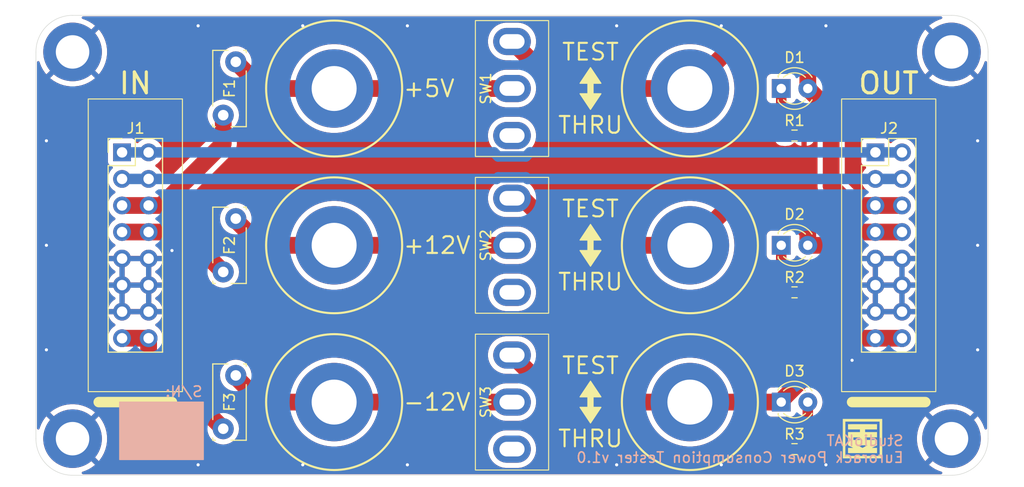
<source format=kicad_pcb>
(kicad_pcb (version 20240108) (generator "pcbnew") (generator_version "8.0")
  (layers (0 "F.Cu" signal) (31 "B.Cu" signal) (34 "B.Paste" user) (35 "F.Paste" user) (36 "B.SilkS" user "B.Silkscreen") (37 "F.SilkS" user "F.Silkscreen") (38 "B.Mask" user) (39 "F.Mask" user) (44 "Edge.Cuts" user))
  (net 0 "")
  (net 1 "+5V_OUT")
  (net 2 "Net-(D1-K)")
  (net 3 "+12V_OUT")
  (net 4 "Net-(D2-K)")
  (net 5 "-12V_OUT")
  (net 6 "Net-(D3-A)")
  (net 7 "+5V")
  (net 8 "Net-(SW1-B)")
  (net 9 "+12V")
  (net 10 "Net-(SW2-B)")
  (net 11 "Net-(SW3-B)")
  (net 12 "-12V")
  (net 13 "GND")
  (net 14 "Net-(J1-Pin_3)")
  (net 15 "Net-(J1-Pin_1)")
  (footprint "LED_THT:LED_D3.0mm" (layer "F.Cu") (at 173.73 92)
    (property "Reference" "D1" (at 1.27 -2.96 0) (layer "F.SilkS"))
    (property "Value" "LED")
    (fp_line (start -0.29 -1.236) (end -0.29 -1.08) (stroke (width 0.12)) (layer "F.SilkS"))
    (fp_line (start -0.29 1.08) (end -0.29 1.236) (stroke (width 0.12)) (layer "F.SilkS"))
    (fp_arc (start -0.29 -1.235516) (mid 1.365624 -1.987701) (end 2.941397 -1.080061) (stroke (width 0.12)) (layer "F.SilkS"))
    (fp_arc (start 0.229039 -1.08) (mid 1.269965 -1.5) (end 2.31091 -1.080049) (stroke (width 0.12)) (layer "F.SilkS"))
    (fp_arc (start 2.31091 1.080049) (mid 1.269965 1.5) (end 0.229039 1.08) (stroke (width 0.12)) (layer "F.SilkS"))
    (fp_arc (start 2.941397 1.080061) (mid 1.365624 1.987701) (end -0.29 1.235516) (stroke (width 0.12)) (layer "F.SilkS"))
    (pad "1" thru_hole rect (at 0 0) (size 1.8 1.8) (drill 0.9) (layers "*.Cu" "*.Mask") (net 2 "Net-(D1-K)"))
    (pad "2" thru_hole circle (at 2.54 0) (size 1.8 1.8) (drill 0.9) (layers "*.Cu" "*.Mask") (net 1 "+5V_OUT"))
  )
  (footprint "Resistor_SMD:R_0603_1608Metric_Pad0.98x0.95mm_HandSolder" (layer "F.Cu") (at 175 111.5)
    (property "Reference" "R2" (at 0 -1.43 0) (layer "F.SilkS"))
    (property "Value" "2.2K")
    (fp_line (start -0.254724 -0.5225) (end 0.254724 -0.5225) (stroke (width 0.12)) (layer "F.SilkS"))
    (fp_line (start -0.254724 0.5225) (end 0.254724 0.5225) (stroke (width 0.12)) (layer "F.SilkS"))
    (pad "1" smd roundrect (at -0.9125 0) (size 0.975 0.95) (layers "F.Cu" "F.Paste" "F.Mask") (net 4 "Net-(D2-K)"))
    (pad "2" smd roundrect (at 0.9125 0) (size 0.975 0.95) (layers "F.Cu" "F.Paste" "F.Mask") (net 13 "GND"))
  )
  (footprint "Fuse:Fuse_Bourns_MF-RG300" (layer "F.Cu") (at 120.4 94.55 90)
    (property "Reference" "F1" (at 2.55 0.6 90) (layer "F.SilkS"))
    (property "Value" "MF-R050")
    (fp_line (start 6.2 -1) (end 6.2 0.451) (stroke (width 0.12)) (layer "F.SilkS"))
    (fp_line (start 0.879 -1) (end 6.2 -1) (stroke (width 0.12)) (layer "F.SilkS"))
    (fp_line (start -1.1 -1) (end -0.879 -1) (stroke (width 0.12)) (layer "F.SilkS"))
    (fp_line (start -1.1 -1) (end -1.1 -0.75) (stroke (width 0.12)) (layer "F.SilkS"))
    (fp_line (start -1.1 0.75) (end -1.1 2.2) (stroke (width 0.12)) (layer "F.SilkS"))
    (fp_line (start 6.2 1.95) (end 6.2 2.2) (stroke (width 0.12)) (layer "F.SilkS"))
    (fp_line (start 5.979 2.2) (end 6.2 2.2) (stroke (width 0.12)) (layer "F.SilkS"))
    (fp_line (start -1.1 2.2) (end 4.222 2.2) (stroke (width 0.12)) (layer "F.SilkS"))
    (pad "1" thru_hole circle (at 0 0 90) (size 2.01 2.01) (drill 1.01) (layers "*.Cu" "*.Mask") (net 7 "+5V"))
    (pad "2" thru_hole circle (at 5.1 1.2 90) (size 2.01 2.01) (drill 1.01) (layers "*.Cu" "*.Mask") (net 8 "Net-(SW1-B)"))
  )
  (footprint "MountingHole:MountingHole_3.2mm_M3_DIN965_Pad" (layer "F.Cu") (at 190 125.5)
    (property "Reference" "H11")
    (property "Value" "MountingHole_Pad")
    (pad "1" thru_hole circle (at 0 0) (size 5.6 5.6) (drill 3.2) (layers "*.Cu" "*.Mask") (net 13 "GND"))
  )
  (footprint "kat_eurorack:SPDT" (layer "F.Cu") (at 148 107)
    (property "Reference" "SW2" (at -2.5 0 90) (layer "F.SilkS"))
    (property "Value" "SW_SPDT")
    (fp_rect (start -3.5 -6.5) (end 3.5 6.5) (stroke (width 0.1)) (fill none) (layer "F.SilkS"))
    (pad "1" thru_hole oval (at 0 -4.5) (size 3.6 2.6) (drill oval 2.4 1.4) (layers "*.Cu" "*.Mask") (net 3 "+12V_OUT"))
    (pad "2" thru_hole oval (at 0 0) (size 3.6 2.6) (drill oval 2.4 1.4) (layers "*.Cu" "*.Mask") (net 10 "Net-(SW2-B)"))
    (pad "3" thru_hole oval (at 0 4.5) (size 3.6 2.6) (drill oval 2.4 1.4) (layers "*.Cu" "*.Mask"))
  )
  (footprint "MountingHole:MountingHole_3.2mm_M3_DIN965_Pad" (layer "F.Cu") (at 190 88.5)
    (property "Reference" "H9")
    (property "Value" "MountingHole_Pad")
    (pad "1" thru_hole circle (at 0 0) (size 5.6 5.6) (drill 3.2) (layers "*.Cu" "*.Mask") (net 13 "GND"))
  )
  (footprint "Resistor_SMD:R_0603_1608Metric_Pad0.98x0.95mm_HandSolder" (layer "F.Cu") (at 175 126.5)
    (property "Reference" "R3" (at 0 -1.43 0) (layer "F.SilkS"))
    (property "Value" "2.2K")
    (fp_line (start -0.254724 -0.5225) (end 0.254724 -0.5225) (stroke (width 0.12)) (layer "F.SilkS"))
    (fp_line (start -0.254724 0.5225) (end 0.254724 0.5225) (stroke (width 0.12)) (layer "F.SilkS"))
    (pad "1" smd roundrect (at -0.9125 0) (size 0.975 0.95) (layers "F.Cu" "F.Paste" "F.Mask") (net 6 "Net-(D3-A)"))
    (pad "2" smd roundrect (at 0.9125 0) (size 0.975 0.95) (layers "F.Cu" "F.Paste" "F.Mask") (net 13 "GND"))
  )
  (footprint "MountingHole:MountingHole_4.3mm_M4_DIN965_Pad" (layer "F.Cu") (at 165 92)
    (property "Reference" "H4")
    (property "Value" "Banana")
    (pad "1" thru_hole circle (at 0 0) (size 7.5 7.5) (drill 4.3) (layers "*.Cu" "*.Mask") (net 1 "+5V_OUT"))
  )
  (footprint "MountingHole:MountingHole_4.3mm_M4_DIN965_Pad" (layer "F.Cu") (at 131 122)
    (property "Reference" "H3")
    (property "Value" "Banana")
    (pad "1" thru_hole circle (at 0 0) (size 7.5 7.5) (drill 4.3) (layers "*.Cu" "*.Mask") (net 11 "Net-(SW3-B)"))
  )
  (footprint "Resistor_SMD:R_0603_1608Metric_Pad0.98x0.95mm_HandSolder" (layer "F.Cu") (at 175 96.5)
    (property "Reference" "R1" (at 0 -1.43 0) (layer "F.SilkS"))
    (property "Value" "1K")
    (fp_line (start -0.254724 -0.5225) (end 0.254724 -0.5225) (stroke (width 0.12)) (layer "F.SilkS"))
    (fp_line (start -0.254724 0.5225) (end 0.254724 0.5225) (stroke (width 0.12)) (layer "F.SilkS"))
    (pad "1" smd roundrect (at -0.9125 0) (size 0.975 0.95) (layers "F.Cu" "F.Paste" "F.Mask") (net 2 "Net-(D1-K)"))
    (pad "2" smd roundrect (at 0.9125 0) (size 0.975 0.95) (layers "F.Cu" "F.Paste" "F.Mask") (net 13 "GND"))
  )
  (footprint "MountingHole:MountingHole_4.3mm_M4_DIN965_Pad" (layer "F.Cu") (at 131 92)
    (property "Reference" "H1")
    (property "Value" "Banana")
    (pad "1" thru_hole circle (at 0 0) (size 7.5 7.5) (drill 4.3) (layers "*.Cu" "*.Mask") (net 8 "Net-(SW1-B)"))
  )
  (footprint "kat_eurorack:SPDT" (layer "F.Cu") (at 148 92)
    (property "Reference" "SW1" (at -2.5 0 90) (layer "F.SilkS"))
    (property "Value" "SW_SPDT")
    (fp_rect (start -3.5 -6.5) (end 3.5 6.5) (stroke (width 0.1)) (fill none) (layer "F.SilkS"))
    (pad "1" thru_hole oval (at 0 -4.5) (size 3.6 2.6) (drill oval 2.4 1.4) (layers "*.Cu" "*.Mask") (net 1 "+5V_OUT"))
    (pad "2" thru_hole oval (at 0 0) (size 3.6 2.6) (drill oval 2.4 1.4) (layers "*.Cu" "*.Mask") (net 8 "Net-(SW1-B)"))
    (pad "3" thru_hole oval (at 0 4.5) (size 3.6 2.6) (drill oval 2.4 1.4) (layers "*.Cu" "*.Mask"))
  )
  (footprint "MountingHole:MountingHole_4.3mm_M4_DIN965_Pad" (layer "F.Cu") (at 131 107)
    (property "Reference" "H2")
    (property "Value" "Banana")
    (pad "1" thru_hole circle (at 0 0) (size 7.5 7.5) (drill 4.3) (layers "*.Cu" "*.Mask") (net 10 "Net-(SW2-B)"))
  )
  (footprint "LED_THT:LED_D3.0mm" (layer "F.Cu") (at 173.73 122)
    (property "Reference" "D3" (at 1.27 -2.96 0) (layer "F.SilkS"))
    (property "Value" "LED")
    (fp_line (start -0.29 -1.236) (end -0.29 -1.08) (stroke (width 0.12)) (layer "F.SilkS"))
    (fp_line (start -0.29 1.08) (end -0.29 1.236) (stroke (width 0.12)) (layer "F.SilkS"))
    (fp_arc (start -0.29 -1.235516) (mid 1.365624 -1.987701) (end 2.941397 -1.080061) (stroke (width 0.12)) (layer "F.SilkS"))
    (fp_arc (start 0.229039 -1.08) (mid 1.269965 -1.5) (end 2.31091 -1.080049) (stroke (width 0.12)) (layer "F.SilkS"))
    (fp_arc (start 2.31091 1.080049) (mid 1.269965 1.5) (end 0.229039 1.08) (stroke (width 0.12)) (layer "F.SilkS"))
    (fp_arc (start 2.941397 1.080061) (mid 1.365624 1.987701) (end -0.29 1.235516) (stroke (width 0.12)) (layer "F.SilkS"))
    (pad "1" thru_hole rect (at 0 0) (size 1.8 1.8) (drill 0.9) (layers "*.Cu" "*.Mask") (net 5 "-12V_OUT"))
    (pad "2" thru_hole circle (at 2.54 0) (size 1.8 1.8) (drill 0.9) (layers "*.Cu" "*.Mask") (net 6 "Net-(D3-A)"))
  )
  (footprint "Fuse:Fuse_Bourns_MF-RG300" (layer "F.Cu") (at 120.4 109.55 90)
    (property "Reference" "F2" (at 2.55 0.6 90) (layer "F.SilkS"))
    (property "Value" "MF-R050")
    (fp_line (start 6.2 -1) (end 6.2 0.451) (stroke (width 0.12)) (layer "F.SilkS"))
    (fp_line (start 0.879 -1) (end 6.2 -1) (stroke (width 0.12)) (layer "F.SilkS"))
    (fp_line (start -1.1 -1) (end -0.879 -1) (stroke (width 0.12)) (layer "F.SilkS"))
    (fp_line (start -1.1 -1) (end -1.1 -0.75) (stroke (width 0.12)) (layer "F.SilkS"))
    (fp_line (start -1.1 0.75) (end -1.1 2.2) (stroke (width 0.12)) (layer "F.SilkS"))
    (fp_line (start 6.2 1.95) (end 6.2 2.2) (stroke (width 0.12)) (layer "F.SilkS"))
    (fp_line (start 5.979 2.2) (end 6.2 2.2) (stroke (width 0.12)) (layer "F.SilkS"))
    (fp_line (start -1.1 2.2) (end 4.222 2.2) (stroke (width 0.12)) (layer "F.SilkS"))
    (pad "1" thru_hole circle (at 0 0 90) (size 2.01 2.01) (drill 1.01) (layers "*.Cu" "*.Mask") (net 9 "+12V"))
    (pad "2" thru_hole circle (at 5.1 1.2 90) (size 2.01 2.01) (drill 1.01) (layers "*.Cu" "*.Mask") (net 10 "Net-(SW2-B)"))
  )
  (footprint "kat_eurorack:StudioKAT_logo" (layer "F.Cu") (at 181.5 125.5)
    (property "Reference" "H7" (hide yes))
    (property "Value" "Logo" (hide yes))
    (fp_poly (pts (xy -0.00586 0.854544) (xy -0.006837 0.855521) (xy -0.007813 0.854544) (xy -0.006837 0.853568)) (fill solid) (layer "F.SilkS"))
    (fp_poly (pts (xy 0.009115 0.742884) (xy 0.009348 0.745202) (xy 0.009115 0.745488) (xy 0.007953 0.74522) (xy 0.007813 0.744186) (xy 0.008527 0.742578)) (fill solid) (layer "F.SilkS"))
    (fp_poly (pts (xy -0.008326 -1.892221) (xy 0.096776 -1.892192) (xy 0.19804 -1.892163) (xy 0.295532 -1.892133) (xy 0.38932 -1.892103) (xy 0.47947 -1.892072) (xy 0.566051 -1.89204) (xy 0.64913 -1.892007) (xy 0.728774 -1.891973) (xy 0.80505 -1.891938) (xy 0.878026 -1.891901) (xy 0.947769 -1.891863) (xy 1.014346 -1.891824) (xy 1.077826 -1.891783) (xy 1.138275 -1.89174) (xy 1.19576 -1.891695) (xy 1.25035 -1.891649) (xy 1.30211 -1.8916) (xy 1.35111 -1.891549) (xy 1.397415 -1.891496) (xy 1.441094 -1.89144) (xy 1.482214 -1.891382) (xy 1.520842 -1.891321) (xy 1.557046 -1.891258) (xy 1.590892 -1.891191) (xy 1.622449 -1.891122) (xy 1.651783 -1.891049) (xy 1.678963 -1.890974) (xy 1.704055 -1.890894) (xy 1.727126 -1.890812) (xy 1.748245 -1.890726) (xy 1.767478 -1.890636) (xy 1.784893 -1.890543) (xy 1.800557 -1.890446) (xy 1.814538 -1.890344) (xy 1.826903 -1.890239) (xy 1.837719 -1.890129) (xy 1.847053 -1.890015) (xy 1.854974 -1.889897) (xy 1.861548 -1.889774) (xy 1.866843 -1.889646) (xy 1.870926 -1.889514) (xy 1.873864 -1.889377) (xy 1.875725 -1.889234) (xy 1.876577 -1.889087) (xy 1.87658 -1.889086) (xy 1.882928 -1.886453) (xy 1.882928 -0.003925) (xy 1.882928 0.099303) (xy 1.882927 0.198697) (xy 1.882926 0.29433) (xy 1.882923 0.386273) (xy 1.88292 0.474599) (xy 1.882916 0.559381) (xy 1.882911 0.64069) (xy 1.882904 0.718601) (xy 1.882896 0.793184) (xy 1.882887 0.864512) (xy 1.882876 0.932658) (xy 1.882863 0.997694) (xy 1.882847 1.059692) (xy 1.88283 1.118726) (xy 1.882811 1.174866) (xy 1.882789 1.228187) (xy 1.882765 1.278759) (xy 1.882738 1.326656) (xy 1.882709 1.37195) (xy 1.882676 1.414713) (xy 1.882641 1.455018) (xy 1.882602 1.492938) (xy 1.88256 1.528543) (xy 1.882515 1.561908) (xy 1.882466 1.593105) (xy 1.882414 1.622205) (xy 1.882358 1.649281) (xy 1.882297 1.674406) (xy 1.882233 1.697653) (xy 1.882165 1.719092) (xy 1.882092 1.738798) (xy 1.882015 1.756842) (xy 1.881933 1.773297) (xy 1.881846 1.788234) (xy 1.881755 1.801728) (xy 1.881659 1.813849) (xy 1.881557 1.824671) (xy 1.88145 1.834265) (xy 1.881338 1.842705) (xy 1.881221 1.850063) (xy 1.881098 1.85641) (xy 1.880969 1.86182) (xy 1.880834 1.866365) (xy 1.880693 1.870117) (xy 1.880546 1.873149) (xy 1.880392 1.875533) (xy 1.880232 1.877341) (xy 1.880066 1.878646) (xy 1.879893 1.879521) (xy 1.879713 1.880038) (xy 1.879526 1.880268) (xy 1.87951 1.880277) (xy 1.877413 1.880355) (xy 1.871492 1.880432) (xy 1.861832 1.88051) (xy 1.848516 1.880588) (xy 1.831627 1.880666) (xy 1.811248 1.880743) (xy 1.787462 1.880821) (xy 1.760354 1.880898) (xy 1.730006 1.880974) (xy 1.696502 1.88105) (xy 1.659925 1.881126) (xy 1.620359 1.8812) (xy 1.577887 1.881274) (xy 1.532592 1.881347) (xy 1.484557 1.881418) (xy 1.433867 1.881489) (xy 1.380604 1.881558) (xy 1.324852 1.881626) (xy 1.266694 1.881693) (xy 1.206213 1.881758) (xy 1.143494 1.881821) (xy 1.078618 1.881883) (xy 1.01167 1.881943) (xy 0.942734 1.882001) (xy 0.871891 1.882057) (xy 0.799226 1.88211) (xy 0.724822 1.882162) (xy 0.648763 1.882211) (xy 0.571131 1.882258) (xy 0.492011 1.882302) (xy 0.411485 1.882344) (xy 0.329637 1.882382) (xy 0.246551 1.882418) (xy 0.162309 1.882452) (xy 0.076995 1.882482) (xy -0.002337 1.882507) (xy -1.880766 1.883062) (xy -1.883313 1.8786) (xy -1.883456 1.877787) (xy -1.883594 1.875815) (xy -1.883727 1.872618) (xy -1.883856 1.86813) (xy -1.883981 1.862288) (xy -1.8841 1.855024) (xy -1.884216 1.846274) (xy -1.884327 1.835972) (xy -1.884434 1.824052) (xy -1.884537 1.81045) (xy -1.884637 1.7951) (xy -1.884732 1.777936) (xy -1.884823 1.758894) (xy -1.884911 1.737906) (xy -1.884996 1.714909) (xy -1.885077 1.689837) (xy -1.885155 1.662624) (xy -1.88523 1.633205) (xy -1.885301 1.601514) (xy -1.88537 1.567486) (xy -1.885436 1.531056) (xy -1.885499 1.492158) (xy -1.885559 1.450726) (xy -1.885617 1.406696) (xy -1.885672 1.360002) (xy -1.885725 1.310578) (xy -1.885776 1.258359) (xy -1.885825 1.203279) (xy -1.885871 1.145274) (xy -1.885916 1.084278) (xy -1.885959 1.020224) (xy -1.886 0.953049) (xy -1.88604 0.882686) (xy -1.886078 0.80907) (xy -1.886115 0.732135) (xy -1.88615 0.651817) (xy -1.886185 0.568049) (xy -1.886218 0.480766) (xy -1.88625 0.389904) (xy -1.886282 0.295395) (xy -1.886312 0.197176) (xy -1.886343 0.09518) (xy -1.886372 -0.009292) (xy -1.886814 -1.632913) (xy -1.64268 -1.632913) (xy -1.64268 0.006836) (xy -1.64268 1.646585) (xy -0.002703 1.646585) (xy 1.637273 1.646585) (xy 1.636048 1.432217) (xy 1.635975 1.41828) (xy 1.635894 1.400561) (xy 1.635806 1.379185) (xy 1.63571 1.354277) (xy 1.635608 1.325961) (xy 1.635498 1.294361) (xy 1.635383 1.259602) (xy 1.635262 1.22181) (xy 1.635135 1.181108) (xy 1.635003 1.137621) (xy 1.634865 1.091474) (xy 1.634724 1.042791) (xy 1.634578 0.991697) (xy 1.634428 0.938317) (xy 1.634275 0.882775) (xy 1.634119 0.825196) (xy 1.633959 0.765705) (xy 1.633798 0.704426) (xy 1.633634 0.641483) (xy 1.633468 0.577002) (xy 1.633301 0.511107) (xy 1.633133 0.443923) (xy 1.632964 0.375574) (xy 1.632794 0.306184) (xy 1.632624 0.23588) (xy 1.632455 0.164784) (xy 1.632286 0.093022) (xy 1.632118 0.020719) (xy 1.631952 -0.052002) (xy 1.631875 -0.085943) (xy 1.63171 -0.158085) (xy 1.631545 -0.229598) (xy 1.631378 -0.300368) (xy 1.631211 -0.370282) (xy 1.631043 -0.439224) (xy 1.630876 -0.50708) (xy 1.630709 -0.573737) (xy 1.630543 -0.639081) (xy 1.630377 -0.702996) (xy 1.630214 -0.765369) (xy 1.630051 -0.826086) (xy 1.629891 -0.885033) (xy 1.629734 -0.942094) (xy 1.629579 -0.997157) (xy 1.629427 -1.050107) (xy 1.629278 -1.100829) (xy 1.629133 -1.149211) (xy 1.628993 -1.195136) (xy 1.628856 -1.238492) (xy 1.628724 -1.279163) (xy 1.628597 -1.317037) (xy 1.628476 -1.351998) (xy 1.62836 -1.383933) (xy 1.628251 -1.412726) (xy 1.628147 -1.438265) (xy 1.62805 -1.460435) (xy 1.627961 -1.479122) (xy 1.627878 -1.494211) (xy 1.627804 -1.505588) (xy 1.627756 -1.511324) (xy 1.626584 -1.632913) (xy -0.008048 -1.632913) (xy -1.64268 -1.632913) (xy -1.886814 -1.632913) (xy -1.886885 -1.892723)) (fill solid) (layer "F.SilkS"))
    (fp_poly (pts (xy -0.410045 -1.386787) (xy -0.336812 -1.386783) (xy -0.260015 -1.386778) (xy -0.17957 -1.386771) (xy -0.095391 -1.386763) (xy -0.007394 -1.386754) (xy -0.00273 -1.386754) (xy 0.086039 -1.386744) (xy 0.170984 -1.386733) (xy 0.252189 -1.386721) (xy 0.329735 -1.386707) (xy 0.403706 -1.386693) (xy 0.474185 -1.386676) (xy 0.541254 -1.386658) (xy 0.604996 -1.386637) (xy 0.665493 -1.386615) (xy 0.722829 -1.38659) (xy 0.777087 -1.386562) (xy 0.828348 -1.386532) (xy 0.876697 -1.386499) (xy 0.922215 -1.386462) (xy 0.964986 -1.386423) (xy 1.005092 -1.386379) (xy 1.042616 -1.386332) (xy 1.077641 -1.386281) (xy 1.11025 -1.386226) (xy 1.140525 -1.386167) (xy 1.168549 -1.386104) (xy 1.194405 -1.386035) (xy 1.218176 -1.385962) (xy 1.239945 -1.385884) (xy 1.259793 -1.385801) (xy 1.277805 -1.385712) (xy 1.294063 -1.385618) (xy 1.30865 -1.385518) (xy 1.321648 -1.385412) (xy 1.333141 -1.3853) (xy 1.34321 -1.385181) (xy 1.351939 -1.385056) (xy 1.359411 -1.384925) (xy 1.365709 -1.384786) (xy 1.370914 -1.384641) (xy 1.375111 -1.384488) (xy 1.378381 -1.384328) (xy 1.380808 -1.38416) (xy 1.382474 -1.383984) (xy 1.383462 -1.383801) (xy 1.383833 -1.383636) (xy 1.384341 -1.382883) (xy 1.384798 -1.381573) (xy 1.385205 -1.379527) (xy 1.385564 -1.376567) (xy 1.385875 -1.372518) (xy 1.38614 -1.3672) (xy 1.386359 -1.360436) (xy 1.386533 -1.352049) (xy 1.386663 -1.341862) (xy 1.38675 -1.329695) (xy 1.386795 -1.315373) (xy 1.386799 -1.298718) (xy 1.386763 -1.279551) (xy 1.386688 -1.257696) (xy 1.386574 -1.232975) (xy 1.386423 -1.20521) (xy 1.386236 -1.174224) (xy 1.386013 -1.139839) (xy 1.385756 -1.101877) (xy 1.385508 -1.066307) (xy 1.384213 -0.881891) (xy 0.814844 -0.882405) (xy 0.245475 -0.882919) (xy 0.246768 -0.815187) (xy 0.247103 -0.795599) (xy 0.247406 -0.773997) (xy 0.247665 -0.751532) (xy 0.247869 -0.729355) (xy 0.248004 -0.708618) (xy 0.248061 -0.690472) (xy 0.248062 -0.688177) (xy 0.248062 -0.6289) (xy 0.816456 -0.629411) (xy 1.38485 -0.629922) (xy 1.385339 -0.437527) (xy 1.385442 -0.39691) (xy 1.385536 -0.360019) (xy 1.385617 -0.326674) (xy 1.385686 -0.296694) (xy 1.385741 -0.2699) (xy 1.38578 -0.24611) (xy 1.385802 -0.225146) (xy 1.385806 -0.206825) (xy 1.385789 -0.190969) (xy 1.385751 -0.177397) (xy 1.38569 -0.165928) (xy 1.385605 -0.156383) (xy 1.385495 -0.14858) (xy 1.385357 -0.142341) (xy 1.385191 -0.137483) (xy 1.384995 -0.133828) (xy 1.384768 -0.131194) (xy 1.384508 -0.129402) (xy 1.384214 -0.128272) (xy 1.383884 -0.127622) (xy 1.383518 -0.127272) (xy 1.383113 -0.127043) (xy 1.382897 -0.126919) (xy 1.38065 -0.126729) (xy 1.374572 -0.126548) (xy 1.364738 -0.126376) (xy 1.351226 -0.126213) (xy 1.33411 -0.12606) (xy 1.313466 -0.125916) (xy 1.289371 -0.125782) (xy 1.261899 -0.125659) (xy 1.231126 -0.125545) (xy 1.197129 -0.125443) (xy 1.159983 -0.125351) (xy 1.119763 -0.125271) (xy 1.076546 -0.125202) (xy 1.030407 -0.125144) (xy 0.981422 -0.125099) (xy 0.929667 -0.125066) (xy 0.875217 -0.125046) (xy 0.82602 -0.125038) (xy 0.779616 -0.125031) (xy 0.734158 -0.125016) (xy 0.689807 -0.124992) (xy 0.646723 -0.124961) (xy 0.605065 -0.124922) (xy 0.564993 -0.124877) (xy 0.526668 -0.124824) (xy 0.490248 -0.124766) (xy 0.455894 -0.124701) (xy 0.423765 -0.124631) (xy 0.394022 -0.124556) (xy 0.366824 -0.124475) (xy 0.34233 -0.124391) (xy 0.320701 -0.124302) (xy 0.302097 -0.124209) (xy 0.286676 -0.124113) (xy 0.2746 -0.124014) (xy 0.266028 -0.123912) (xy 0.261119 -0.123808) (xy 0.260068 -0.123753) (xy 0.248062 -0.122498) (xy 0.248062 -0.000699) (xy 0.248062 0.121101) (xy 0.815479 0.121101) (xy 0.871157 0.121107) (xy 0.924462 0.121125) (xy 0.975308 0.121156) (xy 1.023604 0.121198) (xy 1.069263 0.121251) (xy 1.112197 0.121315) (xy 1.152317 0.121391) (xy 1.189534 0.121476) (xy 1.223761 0.121572) (xy 1.254909 0.121678) (xy 1.282889 0.121794) (xy 1.307614 0.121918) (xy 1.328994 0.122052) (xy 1.346942 0.122195) (xy 1.361369 0.122347) (xy 1.372187 0.122506) (xy 1.379307 0.122674) (xy 1.382641 0.122849) (xy 1.382897 0.122914) (xy 1.384141 0.125651) (xy 1.385764 0.127596) (xy 1.386186 0.128399) (xy 1.386566 0.130052) (xy 1.386906 0.132748) (xy 1.38721 0.136678) (xy 1.387478 0.142037) (xy 1.387714 0.149017) (xy 1.387921 0.15781) (xy 1.388099 0.16861) (xy 1.388252 0.181609) (xy 1.388382 0.197001) (xy 1.388491 0.214977) (xy 1.388582 0.235732) (xy 1.388657 0.259457) (xy 1.388718 0.286345) (xy 1.388767 0.316591) (xy 1.388807 0.350385) (xy 1.388836 0.382145) (xy 1.389041 0.633828) (xy 1.141325 0.75734) (xy 0.893609 0.880853) (xy 1.135749 0.880883) (xy 1.37789 0.880913) (xy 1.382593 0.886285) (xy 1.387296 0.891656) (xy 1.386277 1.134594) (xy 1.386117 1.171309) (xy 1.38596 1.204304) (xy 1.385802 1.233762) (xy 1.38564 1.259869) (xy 1.385473 1.28281) (xy 1.385297 1.302771) (xy 1.385109 1.319936) (xy 1.384908 1.33449) (xy 1.384689 1.34662) (xy 1.38445 1.356509) (xy 1.384189 1.364344) (xy 1.383903 1.370308) (xy 1.383588 1.374588) (xy 1.383243 1.377369) (xy 1.382864 1.378836) (xy 1.382633 1.379154) (xy 1.380524 1.379261) (xy 1.37463 1.379363) (xy 1.36507 1.379463) (xy 1.351964 1.379559) (xy 1.335431 1.379652) (xy 1.315594 1.379741) (xy 1.29257 1.379826) (xy 1.266481 1.379909) (xy 1.237447 1.379988) (xy 1.205587 1.380063) (xy 1.171023 1.380135) (xy 1.133873 1.380204) (xy 1.094259 1.380269) (xy 1.052299 1.38033) (xy 1.008116 1.380389) (xy 0.961827 1.380444) (xy 0.913554 1.380495) (xy 0.863417 1.380543) (xy 0.811536 1.380588) (xy 0.75803 1.38063) (xy 0.703021 1.380668) (xy 0.646628 1.380702) (xy 0.588971 1.380734) (xy 0.530171 1.380762) (xy 0.470347 1.380786) (xy 0.40962 1.380807) (xy 0.348109 1.380825) (xy 0.285936 1.38084) (xy 0.223219 1.380851) (xy 0.16008 1.380859) (xy 0.096638 1.380863) (xy 0.033013 1.380864) (xy -0.030674 1.380862) (xy -0.094304 1.380856) (xy -0.157756 1.380848) (xy -0.22091 1.380835) (xy -0.283646 1.38082) (xy -0.345844 1.380801) (xy -0.407384 1.380779) (xy -0.468146 1.380754) (xy -0.528009 1.380725) (xy -0.586854 1.380693) (xy -0.64456 1.380658) (xy -0.701007 1.380619) (xy -0.756075 1.380578) (xy -0.809644 1.380533) (xy -0.861594 1.380484) (xy -0.911805 1.380433) (xy -0.960157 1.380378) (xy -1.006529 1.38032) (xy -1.050801 1.380258) (xy -1.092853 1.380194) (xy -1.132566 1.380126) (xy -1.169819 1.380055) (xy -1.204492 1.379981) (xy -1.236464 1.379903) (xy -1.265616 1.379822) (xy -1.291828 1.379738) (xy -1.314979 1.379651) (xy -1.334949 1.379561) (xy -1.351619 1.379467) (xy -1.364868 1.37937) (xy -1.374576 1.37927) (xy -1.380622 1.379167) (xy -1.382887 1.37906) (xy -1.382898 1.379056) (xy -1.383335 1.37843) (xy -1.38373 1.377009) (xy -1.384084 1.374597) (xy -1.384401 1.370996) (xy -1.384682 1.366008) (xy -1.384932 1.359438) (xy -1.385153 1.351088) (xy -1.385348 1.340761) (xy -1.385519 1.328259) (xy -1.385669 1.313387) (xy -1.385801 1.295945) (xy -1.385918 1.275739) (xy -1.386022 1.25257) (xy -1.386117 1.226241) (xy -1.386205 1.196556) (xy -1.386289 1.163316) (xy -1.386354 1.134425) (xy -1.386427 1.095662) (xy -1.386471 1.060671) (xy -1.386483 1.029319) (xy -1.386464 1.001472) (xy -1.386412 0.976995) (xy -1.386326 0.955755) (xy -1.386206 0.937618) (xy -1.386051 0.92245) (xy -1.385859 0.910116) (xy -1.385629 0.900484) (xy -1.385362 0.893418) (xy -1.385055 0.888786) (xy -1.384708 0.886453) (xy -1.384652 0.886291) (xy -1.382424 0.880913) (xy -1.136064 0.880804) (xy -0.889704 0.880695) (xy -1.136118 0.757356) (xy -1.17034 0.740226) (xy -1.20124 0.724753) (xy -1.22899 0.710848) (xy -1.253759 0.698422) (xy -1.27572 0.687384) (xy -1.295045 0.677645) (xy -1.311904 0.669115) (xy -1.32647 0.661704) (xy -1.338912 0.655323) (xy -1.349404 0.649881) (xy -1.358116 0.64529) (xy -1.365219 0.641458) (xy -1.370886 0.638296) (xy -1.375286 0.635716) (xy -1.376754 0.634788) (xy -0.490452 0.634788) (xy -0.490239 0.635349) (xy -0.489278 0.635954) (xy -0.486447 0.637403) (xy -0.480478 0.640441) (xy -0.471719 0.644892) (xy -0.460515 0.650579) (xy -0.447216 0.657327) (xy -0.432167 0.664959) (xy -0.415716 0.673299) (xy -0.398209 0.682172) (xy -0.390649 0.686003) (xy -0.371299 0.69581) (xy -0.351637 0.705782) (xy -0.332203 0.715643) (xy -0.313533 0.725122) (xy -0.296168 0.733943) (xy -0.280646 0.741835) (xy -0.267504 0.748522) (xy -0.257283 0.753733) (xy -0.256852 0.753952) (xy -0.246744 0.759106) (xy -0.233694 0.765747) (xy -0.218247 0.773599) (xy -0.200946 0.782387) (xy -0.182337 0.791834) (xy -0.162963 0.801664) (xy -0.143367 0.8116) (xy -0.124095 0.821366) (xy -0.124032 0.821399) (xy -0.10604 0.830521) (xy -0.088766 0.839294) (xy -0.072588 0.847524) (xy -0.057886 0.855019) (xy -0.045038 0.861584) (xy -0.034422 0.867027) (xy -0.026417 0.871155) (xy -0.021402 0.873773) (xy -0.02051 0.87425) (xy -0.013812 0.877537) (xy -0.007836 0.879887) (xy -0.004132 0.880754) (xy -0.00088 0.879929) (xy 0.005112 0.877546) (xy 0.013151 0.873913) (xy 0.022545 0.869338) (xy 0.029073 0.865992) (xy 0.040772 0.859878) (xy 0.053243 0.853363) (xy 0.065212 0.847111) (xy 0.075407 0.841787) (xy 0.078129 0.840366) (xy 0.088953 0.83471) (xy 0.101106 0.828349) (xy 0.112708 0.822268) (xy 0.118171 0.819401) (xy 0.127628 0.814444) (xy 0.13913 0.808429) (xy 0.151258 0.8021) (xy 0.162588 0.796199) (xy 0.163096 0.795935) (xy 0.174082 0.790215) (xy 0.185675 0.784165) (xy 0.196558 0.778476) (xy 0.205412 0.773836) (xy 0.206067 0.773492) (xy 0.214991 0.768809) (xy 0.225928 0.763079) (xy 0.23743 0.75706) (xy 0.247085 0.752014) (xy 0.258144 0.746238) (xy 0.27023 0.739923) (xy 0.281772 0.73389) (xy 0.290056 0.729559) (xy 0.299979 0.724371) (xy 0.311749 0.718217) (xy 0.323755 0.711941) (xy 0.33254 0.70735) (xy 0.350653 0.697882) (xy 0.365698 0.690014) (xy 0.378072 0.68354) (xy 0.38817 0.678251) (xy 0.396386 0.67394) (xy 0.403118 0.670399) (xy 0.408761 0.667422) (xy 0.413709 0.664801) (xy 0.415064 0.664081) (xy 0.422416 0.660205) (xy 0.431939 0.655227) (xy 0.442329 0.649828) (xy 0.45105 0.645321) (xy 0.473362 0.633828) (xy 0.099465 0.632851) (xy 0.059657 0.632751) (xy 0.019815 0.63266) (xy -0.019789 0.632578) (xy -0.058886 0.632505) (xy -0.097203 0.632441) (xy -0.13447 0.632386) (xy -0.170416 0.632342) (xy -0.20477 0.632307) (xy -0.23726 0.632283) (xy -0.267616 0.632269) (xy -0.295567 0.632266) (xy -0.320842 0.632274) (xy -0.343169 0.632293) (xy -0.362278 0.632324) (xy -0.377898 0.632367) (xy -0.38478 0.632395) (xy -0.408338 0.632513) (xy -0.428268 0.632633) (xy -0.444848 0.632763) (xy -0.458356 0.632915) (xy -0.469069 0.633096) (xy -0.477266 0.633318) (xy -0.483224 0.633588) (xy -0.487223 0.633917) (xy -0.48954 0.634313) (xy -0.490452 0.634788) (xy -1.376754 0.634788) (xy -1.378593 0.633626) (xy -1.380977 0.631936) (xy -1.38261 0.630558) (xy -1.383662 0.629402) (xy -1.384306 0.628377) (xy -1.384713 0.627394) (xy -1.384817 0.627086) (xy -1.385043 0.625455) (xy -1.385254 0.62192) (xy -1.385449 0.616387) (xy -1.385628 0.608762) (xy -1.385791 0.598949) (xy -1.38594 0.586853) (xy -1.386074 0.572381) (xy -1.386193 0.555436) (xy -1.386298 0.535925) (xy -1.386389 0.513751) (xy -1.386466 0.488821) (xy -1.38653 0.46104) (xy -1.38658 0.430313) (xy -1.386617 0.396544) (xy -1.386641 0.35964) (xy -1.386653 0.319505) (xy -1.386652 0.276044) (xy -1.38664 0.229164) (xy -1.386615 0.178768) (xy -1.386579 0.124762) (xy -1.386532 0.067051) (xy -1.386473 0.00554) (xy -1.386465 -0.002513) (xy -1.386403 -0.061518) (xy -1.386342 -0.116739) (xy -1.386334 -0.123055) (xy -0.877008 -0.123055) (xy -0.877008 -0.000977) (xy -0.877008 0.121101) (xy -0.562535 0.121101) (xy -0.248063 0.121101) (xy -0.248063 -0.000977) (xy -0.248063 -0.123055) (xy -0.562535 -0.123055) (xy -0.877008 -0.123055) (xy -1.386334 -0.123055) (xy -1.38628 -0.1683) (xy -1.386218 -0.216322) (xy -1.386154 -0.26093) (xy -1.386088 -0.302245) (xy -1.386019 -0.340392) (xy -1.385946 -0.375492) (xy -1.385869 -0.407668) (xy -1.385787 -0.437044) (xy -1.385699 -0.463743) (xy -1.385604 -0.487886) (xy -1.385502 -0.509598) (xy -1.385393 -0.529001) (xy -1.385275 -0.546218) (xy -1.385147 -0.561371) (xy -1.38501 -0.574584) (xy -1.384862 -0.58598) (xy -1.384702 -0.595681) (xy -1.384531 -0.60381) (xy -1.384347 -0.61049) (xy -1.384149 -0.615845) (xy -1.383937 -0.619997) (xy -1.38371 -0.623068) (xy -1.383467 -0.625182) (xy -1.383208 -0.626462) (xy -1.382932 -0.62703) (xy -1.382898 -0.627056) (xy -1.378731 -0.628599) (xy -1.377038 -0.628713) (xy -1.374866 -0.628696) (xy -1.368942 -0.62868) (xy -1.359421 -0.628667) (xy -1.34646 -0.628655) (xy -1.330212 -0.628646) (xy -1.310834 -0.628638) (xy -1.288479 -0.628632) (xy -1.263304 -0.628628) (xy -1.235463 -0.628626) (xy -1.205111 -0.628626) (xy -1.172404 -0.628627) (xy -1.137496 -0.628631) (xy -1.100543 -0.628636) (xy -1.0617 -0.628643) (xy -1.021121 -0.628652) (xy -0.978963 -0.628663) (xy -0.935379 -0.628676) (xy -0.890526 -0.628691) (xy -0.844558 -0.628707) (xy -0.811086 -0.62872) (xy -0.248063 -0.628945) (xy -0.248063 -0.755938) (xy -0.248063 -0.882932) (xy -0.816945 -0.882834) (xy -1.385828 -0.882736) (xy -1.386805 -1.131352) (xy -1.38692 -1.162247) (xy -1.387021 -1.19209) (xy -1.387106 -1.220644) (xy -1.387175 -1.247674) (xy -1.387229 -1.272943) (xy -1.387267 -1.296215) (xy -1.387288 -1.317255) (xy -1.387293 -1.335826) (xy -1.387281 -1.351691) (xy -1.387252 -1.364616) (xy -1.387205 -1.374363) (xy -1.387142 -1.380697) (xy -1.38706 -1.383381) (xy -1.387052 -1.383435) (xy -1.386899 -1.383656) (xy -1.386478 -1.383867) (xy -1.385703 -1.384069) (xy -1.384492 -1.384262) (xy -1.382759 -1.384445) (xy -1.38042 -1.38462) (xy -1.37739 -1.384787) (xy -1.373586 -1.384945) (xy -1.368921 -1.385095) (xy -1.363312 -1.385236) (xy -1.356674 -1.38537) (xy -1.348924 -1.385497) (xy -1.339975 -1.385616) (xy -1.329744 -1.385728) (xy -1.318147 -1.385833) (xy -1.305098 -1.385931) (xy -1.290513 -1.386022) (xy -1.274308 -1.386108) (xy -1.256399 -1.386187) (xy -1.2367 -1.38626) (xy -1.215127 -1.386327) (xy -1.191595 -1.386389) (xy -1.166021 -1.386446) (xy -1.13832 -1.386497) (xy -1.108406 -1.386543) (xy -1.076197 -1.386585) (xy -1.041606 -1.386622) (xy -1.00455 -1.386655) (xy -0.964944 -1.386683) (xy -0.922703 -1.386708) (xy -0.877744 -1.386729) (xy -0.829981 -1.386746) (xy -0.77933 -1.38676) (xy -0.725707 -1.386771) (xy -0.669027 -1.38678) (xy -0.609205 -1.386785) (xy -0.546157 -1.386788) (xy -0.479799 -1.386788)) (fill solid) (layer "F.SilkS"))
  )
  (footprint "MountingHole:MountingHole_3.2mm_M3_DIN965_Pad" (layer "F.Cu") (at 106 125.5)
    (property "Reference" "H10")
    (property "Value" "MountingHole_Pad")
    (pad "1" thru_hole circle (at 0 0) (size 5.6 5.6) (drill 3.2) (layers "*.Cu" "*.Mask") (net 13 "GND"))
  )
  (footprint "kat_eurorack:BoxHeader_2x08_2.54mm_Europower" (layer "F.Cu") (at 182.73 98.11)
    (property "Reference" "J2" (at 1.3 -2.3 0) (layer "F.SilkS"))
    (property "Value" "OUT")
    (fp_line (start -1.33 -1.33) (end 0 -1.33) (stroke (width 0.12)) (layer "F.SilkS"))
    (fp_line (start -1.33 0) (end -1.33 -1.33) (stroke (width 0.12)) (layer "F.SilkS"))
    (fp_line (start -1.33 1.27) (end -1.33 19.11) (stroke (width 0.12)) (layer "F.SilkS"))
    (fp_line (start -1.33 1.27) (end 1.27 1.27) (stroke (width 0.12)) (layer "F.SilkS"))
    (fp_line (start -1.33 19.11) (end 3.87 19.11) (stroke (width 0.12)) (layer "F.SilkS"))
    (fp_line (start 1.27 -1.33) (end 3.87 -1.33) (stroke (width 0.12)) (layer "F.SilkS"))
    (fp_line (start 1.27 1.27) (end 1.27 -1.33) (stroke (width 0.12)) (layer "F.SilkS"))
    (fp_line (start 3.87 -1.33) (end 3.87 19.11) (stroke (width 0.12)) (layer "F.SilkS"))
    (pad "1" thru_hole rect (at 0 0) (size 1.7 1.7) (drill 1) (layers "*.Cu" "*.Mask") (net 15 "Net-(J1-Pin_1)"))
    (pad "2" thru_hole oval (at 2.54 0) (size 1.7 1.7) (drill 1) (layers "*.Cu" "*.Mask") (net 15 "Net-(J1-Pin_1)"))
    (pad "3" thru_hole oval (at 0 2.54) (size 1.7 1.7) (drill 1) (layers "*.Cu" "*.Mask") (net 14 "Net-(J1-Pin_3)"))
    (pad "4" thru_hole oval (at 2.54 2.54) (size 1.7 1.7) (drill 1) (layers "*.Cu" "*.Mask") (net 14 "Net-(J1-Pin_3)"))
    (pad "5" thru_hole oval (at 0 5.08) (size 1.7 1.7) (drill 1) (layers "*.Cu" "*.Mask") (net 1 "+5V_OUT"))
    (pad "6" thru_hole oval (at 2.54 5.08) (size 1.7 1.7) (drill 1) (layers "*.Cu" "*.Mask") (net 1 "+5V_OUT"))
    (pad "7" thru_hole oval (at 0 7.62) (size 1.7 1.7) (drill 1) (layers "*.Cu" "*.Mask") (net 3 "+12V_OUT"))
    (pad "8" thru_hole oval (at 2.54 7.62) (size 1.7 1.7) (drill 1) (layers "*.Cu" "*.Mask") (net 3 "+12V_OUT"))
    (pad "9" thru_hole oval (at 0 10.16) (size 1.7 1.7) (drill 1) (layers "*.Cu" "*.Mask") (net 13 "GND"))
    (pad "10" thru_hole oval (at 2.54 10.16) (size 1.7 1.7) (drill 1) (layers "*.Cu" "*.Mask") (net 13 "GND"))
    (pad "11" thru_hole oval (at 0 12.7) (size 1.7 1.7) (drill 1) (layers "*.Cu" "*.Mask") (net 13 "GND"))
    (pad "12" thru_hole oval (at 2.54 12.7) (size 1.7 1.7) (drill 1) (layers "*.Cu" "*.Mask") (net 13 "GND"))
    (pad "13" thru_hole oval (at 0 15.24) (size 1.7 1.7) (drill 1) (layers "*.Cu" "*.Mask") (net 13 "GND"))
    (pad "14" thru_hole oval (at 2.54 15.24) (size 1.7 1.7) (drill 1) (layers "*.Cu" "*.Mask") (net 13 "GND"))
    (pad "15" thru_hole oval (at 0 17.78) (size 1.7 1.7) (drill 1) (layers "*.Cu" "*.Mask") (net 5 "-12V_OUT"))
    (pad "16" thru_hole oval (at 2.54 17.78) (size 1.7 1.7) (drill 1) (layers "*.Cu" "*.Mask") (net 5 "-12V_OUT"))
  )
  (footprint "kat_eurorack:SPDT" (layer "F.Cu") (at 148 122)
    (property "Reference" "SW3" (at -2.5 0 90) (layer "F.SilkS"))
    (property "Value" "SW_SPDT")
    (fp_rect (start -3.5 -6.5) (end 3.5 6.5) (stroke (width 0.1)) (fill none) (layer "F.SilkS"))
    (pad "1" thru_hole oval (at 0 -4.5) (size 3.6 2.6) (drill oval 2.4 1.4) (layers "*.Cu" "*.Mask") (net 5 "-12V_OUT"))
    (pad "2" thru_hole oval (at 0 0) (size 3.6 2.6) (drill oval 2.4 1.4) (layers "*.Cu" "*.Mask") (net 11 "Net-(SW3-B)"))
    (pad "3" thru_hole oval (at 0 4.5) (size 3.6 2.6) (drill oval 2.4 1.4) (layers "*.Cu" "*.Mask"))
  )
  (footprint "MountingHole:MountingHole_4.3mm_M4_DIN965_Pad" (layer "F.Cu") (at 165 107)
    (property "Reference" "H5")
    (property "Value" "Banana")
    (pad "1" thru_hole circle (at 0 0) (size 7.5 7.5) (drill 4.3) (layers "*.Cu" "*.Mask") (net 3 "+12V_OUT"))
  )
  (footprint "MountingHole:MountingHole_3.2mm_M3_DIN965_Pad" (layer "F.Cu") (at 106 88.5)
    (property "Reference" "H8")
    (property "Value" "MountingHole_Pad")
    (pad "1" thru_hole circle (at 0 0) (size 5.6 5.6) (drill 3.2) (layers "*.Cu" "*.Mask") (net 13 "GND"))
  )
  (footprint "LED_THT:LED_D3.0mm" (layer "F.Cu") (at 173.73 107)
    (property "Reference" "D2" (at 1.27 -2.96 0) (layer "F.SilkS"))
    (property "Value" "LED")
    (fp_line (start -0.29 -1.236) (end -0.29 -1.08) (stroke (width 0.12)) (layer "F.SilkS"))
    (fp_line (start -0.29 1.08) (end -0.29 1.236) (stroke (width 0.12)) (layer "F.SilkS"))
    (fp_arc (start -0.29 -1.235516) (mid 1.365624 -1.987701) (end 2.941397 -1.080061) (stroke (width 0.12)) (layer "F.SilkS"))
    (fp_arc (start 0.229039 -1.08) (mid 1.269965 -1.5) (end 2.31091 -1.080049) (stroke (width 0.12)) (layer "F.SilkS"))
    (fp_arc (start 2.31091 1.080049) (mid 1.269965 1.5) (end 0.229039 1.08) (stroke (width 0.12)) (layer "F.SilkS"))
    (fp_arc (start 2.941397 1.080061) (mid 1.365624 1.987701) (end -0.29 1.235516) (stroke (width 0.12)) (layer "F.SilkS"))
    (pad "1" thru_hole rect (at 0 0) (size 1.8 1.8) (drill 0.9) (layers "*.Cu" "*.Mask") (net 4 "Net-(D2-K)"))
    (pad "2" thru_hole circle (at 2.54 0) (size 1.8 1.8) (drill 0.9) (layers "*.Cu" "*.Mask") (net 3 "+12V_OUT"))
  )
  (footprint "MountingHole:MountingHole_4.3mm_M4_DIN965_Pad" (layer "F.Cu") (at 165 122)
    (property "Reference" "H6")
    (property "Value" "Banana")
    (pad "1" thru_hole circle (at 0 0) (size 7.5 7.5) (drill 4.3) (layers "*.Cu" "*.Mask") (net 5 "-12V_OUT"))
  )
  (footprint "Fuse:Fuse_Bourns_MF-RG300" (layer "F.Cu") (at 120.4 124.55 90)
    (property "Reference" "F3" (at 2.55 0.6 90) (layer "F.SilkS"))
    (property "Value" "MF-R050")
    (fp_line (start 6.2 -1) (end 6.2 0.451) (stroke (width 0.12)) (layer "F.SilkS"))
    (fp_line (start 0.879 -1) (end 6.2 -1) (stroke (width 0.12)) (layer "F.SilkS"))
    (fp_line (start -1.1 -1) (end -0.879 -1) (stroke (width 0.12)) (layer "F.SilkS"))
    (fp_line (start -1.1 -1) (end -1.1 -0.75) (stroke (width 0.12)) (layer "F.SilkS"))
    (fp_line (start -1.1 0.75) (end -1.1 2.2) (stroke (width 0.12)) (layer "F.SilkS"))
    (fp_line (start 6.2 1.95) (end 6.2 2.2) (stroke (width 0.12)) (layer "F.SilkS"))
    (fp_line (start 5.979 2.2) (end 6.2 2.2) (stroke (width 0.12)) (layer "F.SilkS"))
    (fp_line (start -1.1 2.2) (end 4.222 2.2) (stroke (width 0.12)) (layer "F.SilkS"))
    (pad "1" thru_hole circle (at 0 0 90) (size 2.01 2.01) (drill 1.01) (layers "*.Cu" "*.Mask") (net 12 "-12V"))
    (pad "2" thru_hole circle (at 5.1 1.2 90) (size 2.01 2.01) (drill 1.01) (layers "*.Cu" "*.Mask") (net 11 "Net-(SW3-B)"))
  )
  (footprint "kat_eurorack:BoxHeader_2x08_2.54mm_Europower" (layer "F.Cu") (at 110.73 98.11)
    (property "Reference" "J1" (at 1.3 -2.3 0) (layer "F.SilkS"))
    (property "Value" "IN")
    (fp_line (start -1.33 -1.33) (end 0 -1.33) (stroke (width 0.12)) (layer "F.SilkS"))
    (fp_line (start -1.33 0) (end -1.33 -1.33) (stroke (width 0.12)) (layer "F.SilkS"))
    (fp_line (start -1.33 1.27) (end -1.33 19.11) (stroke (width 0.12)) (layer "F.SilkS"))
    (fp_line (start -1.33 1.27) (end 1.27 1.27) (stroke (width 0.12)) (layer "F.SilkS"))
    (fp_line (start -1.33 19.11) (end 3.87 19.11) (stroke (width 0.12)) (layer "F.SilkS"))
    (fp_line (start 1.27 -1.33) (end 3.87 -1.33) (stroke (width 0.12)) (layer "F.SilkS"))
    (fp_line (start 1.27 1.27) (end 1.27 -1.33) (stroke (width 0.12)) (layer "F.SilkS"))
    (fp_line (start 3.87 -1.33) (end 3.87 19.11) (stroke (width 0.12)) (layer "F.SilkS"))
    (pad "1" thru_hole rect (at 0 0) (size 1.7 1.7) (drill 1) (layers "*.Cu" "*.Mask") (net 15 "Net-(J1-Pin_1)"))
    (pad "2" thru_hole oval (at 2.54 0) (size 1.7 1.7) (drill 1) (layers "*.Cu" "*.Mask") (net 15 "Net-(J1-Pin_1)"))
    (pad "3" thru_hole oval (at 0 2.54) (size 1.7 1.7) (drill 1) (layers "*.Cu" "*.Mask") (net 14 "Net-(J1-Pin_3)"))
    (pad "4" thru_hole oval (at 2.54 2.54) (size 1.7 1.7) (drill 1) (layers "*.Cu" "*.Mask") (net 14 "Net-(J1-Pin_3)"))
    (pad "5" thru_hole oval (at 0 5.08) (size 1.7 1.7) (drill 1) (layers "*.Cu" "*.Mask") (net 7 "+5V"))
    (pad "6" thru_hole oval (at 2.54 5.08) (size 1.7 1.7) (drill 1) (layers "*.Cu" "*.Mask") (net 7 "+5V"))
    (pad "7" thru_hole oval (at 0 7.62) (size 1.7 1.7) (drill 1) (layers "*.Cu" "*.Mask") (net 9 "+12V"))
    (pad "8" thru_hole oval (at 2.54 7.62) (size 1.7 1.7) (drill 1) (layers "*.Cu" "*.Mask") (net 9 "+12V"))
    (pad "9" thru_hole oval (at 0 10.16) (size 1.7 1.7) (drill 1) (layers "*.Cu" "*.Mask") (net 13 "GND"))
    (pad "10" thru_hole oval (at 2.54 10.16) (size 1.7 1.7) (drill 1) (layers "*.Cu" "*.Mask") (net 13 "GND"))
    (pad "11" thru_hole oval (at 0 12.7) (size 1.7 1.7) (drill 1) (layers "*.Cu" "*.Mask") (net 13 "GND"))
    (pad "12" thru_hole oval (at 2.54 12.7) (size 1.7 1.7) (drill 1) (layers "*.Cu" "*.Mask") (net 13 "GND"))
    (pad "13" thru_hole oval (at 0 15.24) (size 1.7 1.7) (drill 1) (layers "*.Cu" "*.Mask") (net 13 "GND"))
    (pad "14" thru_hole oval (at 2.54 15.24) (size 1.7 1.7) (drill 1) (layers "*.Cu" "*.Mask") (net 13 "GND"))
    (pad "15" thru_hole oval (at 0 17.78) (size 1.7 1.7) (drill 1) (layers "*.Cu" "*.Mask") (net 12 "-12V"))
    (pad "16" thru_hole oval (at 2.54 17.78) (size 1.7 1.7) (drill 1) (layers "*.Cu" "*.Mask") (net 12 "-12V"))
  )
  (gr_rect (start 110.5 122) (end 118.5 127.5) (stroke (width 0.1)) (fill solid) (layer "B.SilkS"))
  (gr_circle (center 131 107) (end 137.5 107) (stroke (width 0.2)) (fill none) (layer "F.SilkS"))
  (gr_poly (pts (xy 154.5 107.5) (xy 156.5 107.5) (xy 155.5 109)) (stroke (width 0.1)) (fill solid) (layer "F.SilkS"))
  (gr_line (start 108.5 122) (end 115.5 122) (stroke (width 1)) (layer "F.SilkS"))
  (gr_rect (start 107.5 93) (end 116.5 121) (stroke (width 0.1)) (fill none) (layer "F.SilkS"))
  (gr_circle (center 131 92) (end 137.5 92) (stroke (width 0.2)) (fill none) (layer "F.SilkS"))
  (gr_circle (center 165 122) (end 171.5 122) (stroke (width 0.2)) (fill none) (layer "F.SilkS"))
  (gr_circle (center 131 122) (end 137.5 122) (stroke (width 0.2)) (fill none) (layer "F.SilkS"))
  (gr_line (start 155.5 121) (end 155.5 123) (stroke (width 0.6)) (layer "F.SilkS"))
  (gr_poly (pts (xy 155.5 120) (xy 154.5 121.5) (xy 156.5 121.5)) (stroke (width 0.1)) (fill solid) (layer "F.SilkS"))
  (gr_circle (center 165 92) (end 171.5 92) (stroke (width 0.2)) (fill none) (layer "F.SilkS"))
  (gr_poly (pts (xy 155.5 105) (xy 154.5 106.5) (xy 156.5 106.5)) (stroke (width 0.1)) (fill solid) (layer "F.SilkS"))
  (gr_poly (pts (xy 154.5 122.5) (xy 156.5 122.5) (xy 155.5 124)) (stroke (width 0.1)) (fill solid) (layer "F.SilkS"))
  (gr_circle (center 165 107) (end 171.5 107) (stroke (width 0.2)) (fill none) (layer "F.SilkS"))
  (gr_poly (pts (xy 155.5 90) (xy 154.5 91.5) (xy 156.5 91.5)) (stroke (width 0.1)) (fill solid) (layer "F.SilkS"))
  (gr_line (start 155.5 106) (end 155.5 108) (stroke (width 0.6)) (layer "F.SilkS"))
  (gr_rect (start 179.5 93) (end 188.5 121) (stroke (width 0.1)) (fill none) (layer "F.SilkS"))
  (gr_line (start 180.5 122) (end 187.5 122) (stroke (width 1)) (layer "F.SilkS"))
  (gr_line (start 155.5 91) (end 155.5 93) (stroke (width 0.6)) (layer "F.SilkS"))
  (gr_poly (pts (xy 154.5 92.5) (xy 156.5 92.5) (xy 155.5 94)) (stroke (width 0.1)) (fill solid) (layer "F.SilkS"))
  (gr_arc (start 193.5 125.5) (mid 192.474874 127.974874) (end 190 129) (stroke (width 0.05)) (layer "Edge.Cuts"))
  (gr_line (start 190 85) (end 106 85) (stroke (width 0.05)) (layer "Edge.Cuts"))
  (gr_line (start 193.5 125.5) (end 193.5 88.5) (stroke (width 0.05)) (layer "Edge.Cuts"))
  (gr_arc (start 190 85) (mid 192.474874 86.025126) (end 193.5 88.5) (stroke (width 0.05)) (layer "Edge.Cuts"))
  (gr_arc (start 102.5 88.5) (mid 103.525126 86.025126) (end 106 85) (stroke (width 0.05)) (layer "Edge.Cuts"))
  (gr_line (start 102.5 88.5) (end 102.5 125.5) (stroke (width 0.05)) (layer "Edge.Cuts"))
  (gr_line (start 106 129) (end 190 129) (stroke (width 0.05)) (layer "Edge.Cuts"))
  (gr_arc (start 106 129) (mid 103.525126 127.974874) (end 102.5 125.5) (stroke (width 0.05)) (layer "Edge.Cuts"))
  (gr_text "S/N:" (at 118.5 121 0) (layer "B.SilkS") (effects (font (size 1 1)) (justify left mirror)))
  (gr_text "StudioKAT \nEurorack Power Consumption Tester v1.0" (at 185.5 126.5 0) (layer "B.SilkS") (effects (font (size 1 1)) (justify left mirror)))
  (gr_text "THRU" (at 155.5 125.5 0) (layer "F.SilkS") (effects (font (size 1.6 1.6) (thickness 0.2))))
  (gr_text "THRU" (at 155.5 95.5 0) (layer "F.SilkS") (effects (font (size 1.6 1.6) (thickness 0.2))))
  (gr_text "-12V" (at 137.5 122 0) (layer "F.SilkS") (effects (font (size 1.6 1.6) (thickness 0.2)) (justify left)))
  (gr_text "THRU" (at 155.5 110.5 0) (layer "F.SilkS") (effects (font (size 1.6 1.6) (thickness 0.2))))
  (gr_text "OUT" (at 184 91.5 0) (layer "F.SilkS") (effects (font (size 2 2) (thickness 0.3))))
  (gr_text "IN" (at 112 91.5 0) (layer "F.SilkS") (effects (font (size 2 2) (thickness 0.3))))
  (gr_text "TEST" (at 155.5 103.5 0) (layer "F.SilkS") (effects (font (size 1.6 1.6) (thickness 0.2))))
  (gr_text "TEST" (at 155.5 118.5 0) (layer "F.SilkS") (effects (font (size 1.6 1.6) (thickness 0.2))))
  (gr_text "TEST" (at 155.5 88.5 0) (layer "F.SilkS") (effects (font (size 1.6 1.6) (thickness 0.2))))
  (gr_text "+5V" (at 137.5 92 0) (layer "F.SilkS") (effects (font (size 1.6 1.6) (thickness 0.2)) (justify left)))
  (gr_text "+12V" (at 137.5 107 0) (layer "F.SilkS") (effects (font (size 1.6 1.6) (thickness 0.2)) (justify left)))
  (segment (start 152.5 92) (end 165 92) (width 1.6) (layer "F.Cu") (net 1))
  (segment (start 148 87.5) (end 152.5 92) (width 1.6) (layer "F.Cu") (net 1))
  (segment (start 178.5 94.23) (end 176.27 92) (width 1.6) (layer "F.Cu") (net 1))
  (segment (start 165 92) (end 168.749999 88.250001) (width 1.6) (layer "F.Cu") (net 1))
  (segment (start 185.27 103.19) (end 182.73 103.19) (width 1.6) (layer "F.Cu") (net 1))
  (segment (start 174.250001 88.250001) (end 176.27 90.27) (width 1.6) (layer "F.Cu") (net 1))
  (segment (start 182.73 103.19) (end 180.359239 103.19) (width 1.6) (layer "F.Cu") (net 1))
  (segment (start 176.27 91.34) (end 176.27 92) (width 1) (layer "F.Cu") (net 1))
  (segment (start 178.5 101.330761) (end 178.5 94.23) (width 1.6) (layer "F.Cu") (net 1))
  (segment (start 180.359239 103.19) (end 178.5 101.330761) (width 1.6) (layer "F.Cu") (net 1))
  (segment (start 168.749999 88.250001) (end 174.250001 88.250001) (width 1.6) (layer "F.Cu") (net 1))
  (segment (start 176.27 90.27) (end 176.27 92) (width 1.6) (layer "F.Cu") (net 1))
  (segment (start 173.73 96.1425) (end 174.0875 96.5) (width 1) (layer "F.Cu") (net 2))
  (segment (start 173.73 92) (end 173.73 96.1425) (width 1) (layer "F.Cu") (net 2))
  (segment (start 149 102.5) (end 153.5 107) (width 1.6) (layer "F.Cu") (net 3))
  (segment (start 185.27 105.73) (end 182.73 105.73) (width 1.6) (layer "F.Cu") (net 3))
  (segment (start 176.27 105.727208) (end 173.792793 103.250001) (width 1.6) (layer "F.Cu") (net 3))
  (segment (start 173.792793 103.250001) (end 168.749999 103.250001) (width 1.6) (layer "F.Cu") (net 3))
  (segment (start 148 102.5) (end 149 102.5) (width 1.6) (layer "F.Cu") (net 3))
  (segment (start 168.749999 103.250001) (end 165 107) (width 1.6) (layer "F.Cu") (net 3))
  (segment (start 153.5 107) (end 165 107) (width 1.6) (layer "F.Cu") (net 3))
  (segment (start 182.73 105.73) (end 180.431522 105.73) (width 1.6) (layer "F.Cu") (net 3))
  (segment (start 180.431522 105.73) (end 179.161522 107) (width 1.6) (layer "F.Cu") (net 3))
  (segment (start 179.161522 107) (end 176.27 107) (width 1.6) (layer "F.Cu") (net 3))
  (segment (start 176.27 107) (end 176.27 105.727208) (width 1.6) (layer "F.Cu") (net 3))
  (segment (start 173.73 107) (end 173.73 111.1425) (width 1) (layer "F.Cu") (net 4))
  (segment (start 173.73 111.1425) (end 174.0875 111.5) (width 1) (layer "F.Cu") (net 4))
  (segment (start 182.73 115.89) (end 179.692994 115.89) (width 1.6) (layer "F.Cu") (net 5))
  (segment (start 185.27 115.89) (end 182.73 115.89) (width 1.6) (layer "F.Cu") (net 5))
  (segment (start 165 122) (end 152.5 122) (width 1.6) (layer "F.Cu") (net 5))
  (segment (start 173.73 121.852994) (end 173.73 122) (width 1.6) (layer "F.Cu") (net 5))
  (segment (start 179.692994 115.89) (end 173.73 121.852994) (width 1.6) (layer "F.Cu") (net 5))
  (segment (start 152.5 122) (end 148 117.5) (width 1.6) (layer "F.Cu") (net 5))
  (segment (start 173.73 122) (end 165 122) (width 1.6) (layer "F.Cu") (net 5))
  (segment (start 176.27 122) (end 176.27 124.3175) (width 1) (layer "F.Cu") (net 6))
  (segment (start 176.27 124.3175) (end 174.0875 126.5) (width 1) (layer "F.Cu") (net 6))
  (segment (start 114.472081 103.19) (end 120.4 97.262081) (width 1.6) (layer "F.Cu") (net 7))
  (segment (start 120.4 97.262081) (end 120.4 94.55) (width 1.6) (layer "F.Cu") (net 7))
  (segment (start 113.27 103.19) (end 114.472081 103.19) (width 1.6) (layer "F.Cu") (net 7))
  (segment (start 110.73 103.19) (end 113.27 103.19) (width 1.6) (layer "F.Cu") (net 7))
  (segment (start 131 92) (end 148 92) (width 1.6) (layer "F.Cu") (net 8))
  (segment (start 121.6 89.45) (end 124.15 92) (width 1.6) (layer "F.Cu") (net 8))
  (segment (start 124.15 92) (end 131 92) (width 1.6) (layer "F.Cu") (net 8))
  (segment (start 116.58 105.73) (end 120.4 109.55) (width 1.6) (layer "F.Cu") (net 9))
  (segment (start 113.27 105.73) (end 116.58 105.73) (width 1.6) (layer "F.Cu") (net 9))
  (segment (start 110.73 105.73) (end 113.27 105.73) (width 1.6) (layer "F.Cu") (net 9))
  (segment (start 121.6 104.6) (end 124 107) (width 1.6) (layer "F.Cu") (net 10))
  (segment (start 148 107) (end 131 107) (width 1.6) (layer "F.Cu") (net 10))
  (segment (start 121.6 104.45) (end 121.6 104.6) (width 1.6) (layer "F.Cu") (net 10))
  (segment (start 124 107) (end 131 107) (width 1.6) (layer "F.Cu") (net 10))
  (segment (start 121.6 119.6) (end 124 122) (width 1.6) (layer "F.Cu") (net 11))
  (segment (start 124 122) (end 131 122) (width 1.6) (layer "F.Cu") (net 11))
  (segment (start 121.6 119.45) (end 121.6 119.6) (width 1.6) (layer "F.Cu") (net 11))
  (segment (start 131 122) (end 148 122) (width 1.6) (layer "F.Cu") (net 11))
  (segment (start 110.73 115.89) (end 113.27 115.89) (width 1.6) (layer "F.Cu") (net 12))
  (segment (start 113.27 117.42) (end 120.4 124.55) (width 1.6) (layer "F.Cu") (net 12))
  (segment (start 113.27 115.89) (end 113.27 117.42) (width 1.6) (layer "F.Cu") (net 12))
  (via (at 128 86) (size 0.6) (drill 0.3) (layers "F.Cu" "B.Cu") (net 13))
  (via (at 103.5 117) (size 0.6) (drill 0.3) (layers "F.Cu" "B.Cu") (net 13))
  (via (at 118 128) (size 0.6) (drill 0.3) (layers "F.Cu" "B.Cu") (net 13))
  (via (at 168 128) (size 0.6) (drill 0.3) (layers "F.Cu" "B.Cu") (net 13))
  (via (at 158 128) (size 0.6) (drill 0.3) (layers "F.Cu" "B.Cu") (net 13))
  (via (at 138 128) (size 0.6) (drill 0.3) (layers "F.Cu" "B.Cu") (net 13))
  (via (at 178 128) (size 0.6) (drill 0.3) (layers "F.Cu" "B.Cu") (net 13))
  (via (at 192.5 97) (size 0.6) (drill 0.3) (layers "F.Cu" "B.Cu") (net 13))
  (via (at 180.5 118) (size 0.6) (drill 0.3) (layers "F.Cu" "B.Cu") (net 13))
  (via (at 168 86) (size 0.6) (drill 0.3) (layers "F.Cu" "B.Cu") (net 13))
  (via (at 192.5 117) (size 0.6) (drill 0.3) (layers "F.Cu" "B.Cu") (net 13))
  (via (at 118 86) (size 0.6) (drill 0.3) (layers "F.Cu" "B.Cu") (net 13))
  (via (at 103.5 107) (size 0.6) (drill 0.3) (layers "F.Cu" "B.Cu") (net 13))
  (via (at 138 86) (size 0.6) (drill 0.3) (layers "F.Cu" "B.Cu") (net 13))
  (via (at 128 128) (size 0.6) (drill 0.3) (layers "F.Cu" "B.Cu") (net 13))
  (via (at 158 86) (size 0.6) (drill 0.3) (layers "F.Cu" "B.Cu") (net 13))
  (via (at 103.5 97) (size 0.6) (drill 0.3) (layers "F.Cu" "B.Cu") (net 13))
  (via (at 178 86) (size 0.6) (drill 0.3) (layers "F.Cu" "B.Cu") (net 13))
  (via (at 192.5 107) (size 0.6) (drill 0.3) (layers "F.Cu" "B.Cu") (net 13))
  (via (at 115.5 107.5) (size 0.6) (drill 0.3) (layers "F.Cu" "B.Cu") (net 13))
  (segment (start 146.521573 100.65) (end 146.671573 100.5) (width 1) (layer "B.Cu") (net 14))
  (segment (start 149.478427 100.65) (end 185.27 100.65) (width 1) (layer "B.Cu") (net 14))
  (segment (start 146.671573 100.5) (end 149.328427 100.5) (width 1) (layer "B.Cu") (net 14))
  (segment (start 110.73 100.65) (end 146.521573 100.65) (width 1) (layer "B.Cu") (net 14))
  (segment (start 149.328427 100.5) (end 149.478427 100.65) (width 1) (layer "B.Cu") (net 14))
  (segment (start 146.671573 98.5) (end 146.281573 98.11) (width 1) (layer "B.Cu") (net 15))
  (segment (start 185.27 98.11) (end 149.718427 98.11) (width 1) (layer "B.Cu") (net 15))
  (segment (start 146.281573 98.11) (end 110.73 98.11) (width 1) (layer "B.Cu") (net 15))
  (segment (start 149.328427 98.5) (end 146.671573 98.5) (width 1) (layer "B.Cu") (net 15))
  (segment (start 149.718427 98.11) (end 149.328427 98.5) (width 1) (layer "B.Cu") (net 15))
  (zone (net 13) (net_name "GND") (layers "F&B.Cu") (connect_pads (clearance 0.5)) (min_thickness 0.25) (fill yes (thermal_gap 0.5) (thermal_bridge_width 0.5))
    (polygon (pts (xy 102.5 85) (xy 193.5 85) (xy 193.5 129) (xy 102.5 129)))
  )
)
</source>
